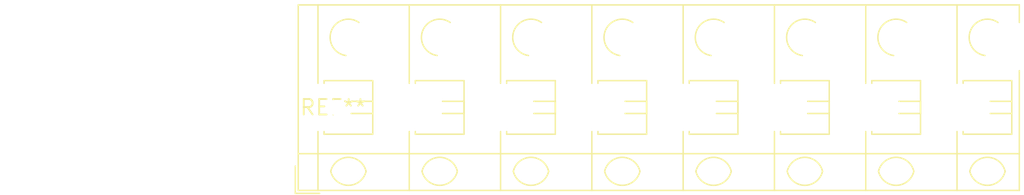
<source format=kicad_pcb>
(kicad_pcb (version 20240108) (generator pcbnew)
  (layers (0 "F.Cu" signal) (31 "B.Cu" signal) (34 "B.Paste" user) (35 "F.Paste" user) (36 "B.SilkS" user "B.Silkscreen") (37 "F.SilkS" user "F.Silkscreen") (38 "B.Mask" user) (39 "F.Mask" user) (44 "Edge.Cuts" user))
  (net 0 "")
  (footprint "TerminalBlock_WAGO_804-308_1x08_P7.50mm_45Degree" (layer "F.Cu") (at 0 0)
    (property "Reference" "REF**")
    (property "Value" "TerminalBlock_WAGO_804-308_1x08_P7.50mm_45Degree")
    (fp_line (start -3.11 4.82) (end -3.11 7.06) (layer "F.SilkS") (stroke (width 0.12)))
    (fp_line (start -3.11 7.06) (end -1.11 7.06) (layer "F.SilkS") (stroke (width 0.12)))
    (fp_line (start -2.87 -8.42) (end -2.87 6.82) (layer "F.SilkS") (stroke (width 0.12)))
    (fp_line (start -2.87 -8.42) (end 56.37 -8.42) (layer "F.SilkS") (stroke (width 0.12)))
    (fp_line (start -2.87 3.8) (end 56.37 3.8) (layer "F.SilkS") (stroke (width 0.12)))
    (fp_line (start -2.87 6.82) (end 56.37 6.82) (layer "F.SilkS") (stroke (width 0.12)))
    (fp_line (start -1.25 -8.42) (end -1.25 -1.98) (layer "F.SilkS") (stroke (width 0.12)))
    (fp_line (start -1.25 1.98) (end -1.25 6.82) (layer "F.SilkS") (stroke (width 0.12)))
    (fp_line (start -0.75 -2.2) (end -0.75 -1.98) (layer "F.SilkS") (stroke (width 0.12)))
    (fp_line (start -0.75 -2.2) (end 3.25 -2.2) (layer "F.SilkS") (stroke (width 0.12)))
    (fp_line (start -0.75 1.98) (end -0.75 2.2) (layer "F.SilkS") (stroke (width 0.12)))
    (fp_line (start -0.75 2.2) (end 3.25 2.2) (layer "F.SilkS") (stroke (width 0.12)))
    (fp_line (start 1.48 -0.5) (end 3.25 -0.5) (layer "F.SilkS") (stroke (width 0.12)))
    (fp_line (start 1.48 0.5) (end 3.25 0.5) (layer "F.SilkS") (stroke (width 0.12)))
    (fp_line (start 3.25 -2.2) (end 3.25 2.2) (layer "F.SilkS") (stroke (width 0.12)))
    (fp_line (start 3.25 -0.5) (end 3.25 0.5) (layer "F.SilkS") (stroke (width 0.12)))
    (fp_line (start 6.25 -8.42) (end 6.25 -1.98) (layer "F.SilkS") (stroke (width 0.12)))
    (fp_line (start 6.25 1.98) (end 6.25 6.82) (layer "F.SilkS") (stroke (width 0.12)))
    (fp_line (start 6.75 -2.2) (end 6.75 -1.98) (layer "F.SilkS") (stroke (width 0.12)))
    (fp_line (start 6.75 -2.2) (end 10.75 -2.2) (layer "F.SilkS") (stroke (width 0.12)))
    (fp_line (start 6.75 1.98) (end 6.75 2.2) (layer "F.SilkS") (stroke (width 0.12)))
    (fp_line (start 6.75 2.2) (end 10.75 2.2) (layer "F.SilkS") (stroke (width 0.12)))
    (fp_line (start 8.98 -0.5) (end 10.75 -0.5) (layer "F.SilkS") (stroke (width 0.12)))
    (fp_line (start 8.98 0.5) (end 10.75 0.5) (layer "F.SilkS") (stroke (width 0.12)))
    (fp_line (start 10.75 -2.2) (end 10.75 2.2) (layer "F.SilkS") (stroke (width 0.12)))
    (fp_line (start 10.75 -0.5) (end 10.75 0.5) (layer "F.SilkS") (stroke (width 0.12)))
    (fp_line (start 13.75 -8.42) (end 13.75 -1.98) (layer "F.SilkS") (stroke (width 0.12)))
    (fp_line (start 13.75 1.98) (end 13.75 6.82) (layer "F.SilkS") (stroke (width 0.12)))
    (fp_line (start 14.25 -2.2) (end 14.25 -1.98) (layer "F.SilkS") (stroke (width 0.12)))
    (fp_line (start 14.25 -2.2) (end 18.25 -2.2) (layer "F.SilkS") (stroke (width 0.12)))
    (fp_line (start 14.25 1.98) (end 14.25 2.2) (layer "F.SilkS") (stroke (width 0.12)))
    (fp_line (start 14.25 2.2) (end 18.25 2.2) (layer "F.SilkS") (stroke (width 0.12)))
    (fp_line (start 16.48 -0.5) (end 18.25 -0.5) (layer "F.SilkS") (stroke (width 0.12)))
    (fp_line (start 16.48 0.5) (end 18.25 0.5) (layer "F.SilkS") (stroke (width 0.12)))
    (fp_line (start 18.25 -2.2) (end 18.25 2.2) (layer "F.SilkS") (stroke (width 0.12)))
    (fp_line (start 18.25 -0.5) (end 18.25 0.5) (layer "F.SilkS") (stroke (width 0.12)))
    (fp_line (start 21.25 -8.42) (end 21.25 -1.98) (layer "F.SilkS") (stroke (width 0.12)))
    (fp_line (start 21.25 1.98) (end 21.25 6.82) (layer "F.SilkS") (stroke (width 0.12)))
    (fp_line (start 21.75 -2.2) (end 21.75 -1.98) (layer "F.SilkS") (stroke (width 0.12)))
    (fp_line (start 21.75 -2.2) (end 25.75 -2.2) (layer "F.SilkS") (stroke (width 0.12)))
    (fp_line (start 21.75 1.98) (end 21.75 2.2) (layer "F.SilkS") (stroke (width 0.12)))
    (fp_line (start 21.75 2.2) (end 25.75 2.2) (layer "F.SilkS") (stroke (width 0.12)))
    (fp_line (start 23.98 -0.5) (end 25.75 -0.5) (layer "F.SilkS") (stroke (width 0.12)))
    (fp_line (start 23.98 0.5) (end 25.75 0.5) (layer "F.SilkS") (stroke (width 0.12)))
    (fp_line (start 25.75 -2.2) (end 25.75 2.2) (layer "F.SilkS") (stroke (width 0.12)))
    (fp_line (start 25.75 -0.5) (end 25.75 0.5) (layer "F.SilkS") (stroke (width 0.12)))
    (fp_line (start 28.75 -8.42) (end 28.75 -1.98) (layer "F.SilkS") (stroke (width 0.12)))
    (fp_line (start 28.75 1.98) (end 28.75 6.82) (layer "F.SilkS") (stroke (width 0.12)))
    (fp_line (start 29.25 -2.2) (end 29.25 -1.98) (layer "F.SilkS") (stroke (width 0.12)))
    (fp_line (start 29.25 -2.2) (end 33.25 -2.2) (layer "F.SilkS") (stroke (width 0.12)))
    (fp_line (start 29.25 1.98) (end 29.25 2.2) (layer "F.SilkS") (stroke (width 0.12)))
    (fp_line (start 29.25 2.2) (end 33.25 2.2) (layer "F.SilkS") (stroke (width 0.12)))
    (fp_line (start 31.48 -0.5) (end 33.25 -0.5) (layer "F.SilkS") (stroke (width 0.12)))
    (fp_line (start 31.48 0.5) (end 33.25 0.5) (layer "F.SilkS") (stroke (width 0.12)))
    (fp_line (start 33.25 -2.2) (end 33.25 2.2) (layer "F.SilkS") (stroke (width 0.12)))
    (fp_line (start 33.25 -0.5) (end 33.25 0.5) (layer "F.SilkS") (stroke (width 0.12)))
    (fp_line (start 36.25 -8.42) (end 36.25 -1.98) (layer "F.SilkS") (stroke (width 0.12)))
    (fp_line (start 36.25 1.98) (end 36.25 6.82) (layer "F.SilkS") (stroke (width 0.12)))
    (fp_line (start 36.75 -2.2) (end 36.75 -1.98) (layer "F.SilkS") (stroke (width 0.12)))
    (fp_line (start 36.75 -2.2) (end 40.75 -2.2) (layer "F.SilkS") (stroke (width 0.12)))
    (fp_line (start 36.75 1.98) (end 36.75 2.2) (layer "F.SilkS") (stroke (width 0.12)))
    (fp_line (start 36.75 2.2) (end 40.75 2.2) (layer "F.SilkS") (stroke (width 0.12)))
    (fp_line (start 38.98 -0.5) (end 40.75 -0.5) (layer "F.SilkS") (stroke (width 0.12)))
    (fp_line (start 38.98 0.5) (end 40.75 0.5) (layer "F.SilkS") (stroke (width 0.12)))
    (fp_line (start 40.75 -2.2) (end 40.75 2.2) (layer "F.SilkS") (stroke (width 0.12)))
    (fp_line (start 40.75 -0.5) (end 40.75 0.5) (layer "F.SilkS") (stroke (width 0.12)))
    (fp_line (start 43.75 -8.42) (end 43.75 -1.98) (layer "F.SilkS") (stroke (width 0.12)))
    (fp_line (start 43.75 1.98) (end 43.75 6.82) (layer "F.SilkS") (stroke (width 0.12)))
    (fp_line (start 44.25 -2.2) (end 44.25 -1.98) (layer "F.SilkS") (stroke (width 0.12)))
    (fp_line (start 44.25 -2.2) (end 48.25 -2.2) (layer "F.SilkS") (stroke (width 0.12)))
    (fp_line (start 44.25 1.98) (end 44.25 2.2) (layer "F.SilkS") (stroke (width 0.12)))
    (fp_line (start 44.25 2.2) (end 48.25 2.2) (layer "F.SilkS") (stroke (width 0.12)))
    (fp_line (start 46.48 -0.5) (end 48.25 -0.5) (layer "F.SilkS") (stroke (width 0.12)))
    (fp_line (start 46.48 0.5) (end 48.25 0.5) (layer "F.SilkS") (stroke (width 0.12)))
    (fp_line (start 48.25 -2.2) (end 48.25 2.2) (layer "F.SilkS") (stroke (width 0.12)))
    (fp_line (start 48.25 -0.5) (end 48.25 0.5) (layer "F.SilkS") (stroke (width 0.12)))
    (fp_line (start 51.25 -8.42) (end 51.25 -1.98) (layer "F.SilkS") (stroke (width 0.12)))
    (fp_line (start 51.25 1.98) (end 51.25 6.82) (layer "F.SilkS") (stroke (width 0.12)))
    (fp_line (start 51.75 -2.2) (end 51.75 -1.98) (layer "F.SilkS") (stroke (width 0.12)))
    (fp_line (start 51.75 -2.2) (end 55.75 -2.2) (layer "F.SilkS") (stroke (width 0.12)))
    (fp_line (start 51.75 1.98) (end 51.75 2.2) (layer "F.SilkS") (stroke (width 0.12)))
    (fp_line (start 51.75 2.2) (end 55.75 2.2) (layer "F.SilkS") (stroke (width 0.12)))
    (fp_line (start 53.98 -0.5) (end 55.75 -0.5) (layer "F.SilkS") (stroke (width 0.12)))
    (fp_line (start 53.98 0.5) (end 55.75 0.5) (layer "F.SilkS") (stroke (width 0.12)))
    (fp_line (start 55.75 -2.2) (end 55.75 2.2) (layer "F.SilkS") (stroke (width 0.12)))
    (fp_line (start 55.75 -0.5) (end 55.75 0.5) (layer "F.SilkS") (stroke (width 0.12)))
    (fp_line (start 56.37 -8.42) (end 56.37 -6.98) (layer "F.SilkS") (stroke (width 0.12)))
    (fp_line (start 56.37 -3.02) (end 56.37 6.82) (layer "F.SilkS") (stroke (width 0.12)))
    (fp_arc (start -0.200865 5.250424) (mid 1.250296 4.099926) (end 2.701 5.251) (layer "F.SilkS") (stroke (width 0.12)))
    (fp_arc (start 1.040798 -4.264067) (mid -0.146039 -6.300306) (end 2.111 -6.979) (layer "F.SilkS") (stroke (width 0.12)))
    (fp_arc (start 2.7 5.25) (mid 1.250068 6.400101) (end -0.199969 5.250133) (layer "F.SilkS") (stroke (width 0.12)))
    (fp_arc (start 7.299135 5.250424) (mid 8.750296 4.099926) (end 10.201 5.251) (layer "F.SilkS") (stroke (width 0.12)))
    (fp_arc (start 8.540798 -4.264067) (mid 7.353961 -6.300306) (end 9.611 -6.979) (layer "F.SilkS") (stroke (width 0.12)))
    (fp_arc (start 10.2 5.25) (mid 8.750068 6.400101) (end 7.300031 5.250133) (layer "F.SilkS") (stroke (width 0.12)))
    (fp_arc (start 14.799135 5.250424) (mid 16.250296 4.099926) (end 17.701 5.251) (layer "F.SilkS") (stroke (width 0.12)))
    (fp_arc (start 16.040798 -4.264067) (mid 14.853961 -6.300306) (end 17.111 -6.979) (layer "F.SilkS") (stroke (width 0.12)))
    (fp_arc (start 17.7 5.25) (mid 16.250068 6.400101) (end 14.800031 5.250133) (layer "F.SilkS") (stroke (width 0.12)))
    (fp_arc (start 22.299135 5.250424) (mid 23.750296 4.099926) (end 25.201 5.251) (layer "F.SilkS") (stroke (width 0.12)))
    (fp_arc (start 23.540798 -4.264067) (mid 22.353961 -6.300306) (end 24.611 -6.979) (layer "F.SilkS") (stroke (width 0.12)))
    (fp_arc (start 25.2 5.25) (mid 23.750068 6.400101) (end 22.300031 5.250133) (layer "F.SilkS") (stroke (width 0.12)))
    (fp_arc (start 29.799135 5.250424) (mid 31.250296 4.099926) (end 32.701 5.251) (layer "F.SilkS") (stroke (width 0.12)))
    (fp_arc (start 31.040798 -4.264067) (mid 29.853961 -6.300306) (end 32.111 -6.979) (layer "F.SilkS") (stroke (width 0.12)))
    (fp_arc (start 32.701 5.25) (mid 31.250296 6.401074) (end 29.799135 5.250576) (layer "F.SilkS") (stroke (width 0.12)))
    (fp_arc (start 37.299135 5.250424) (mid 38.750296 4.099926) (end 40.201 5.251) (layer "F.SilkS") (stroke (width 0.12)))
    (fp_arc (start 38.540798 -4.264067) (mid 37.353961 -6.300306) (end 39.611 -6.979) (layer "F.SilkS") (stroke (width 0.12)))
    (fp_arc (start 40.2 5.25) (mid 38.750068 6.400101) (end 37.300031 5.250133) (layer "F.SilkS") (stroke (width 0.12)))
    (fp_arc (start 44.799135 5.250424) (mid 46.250296 4.099926) (end 47.701 5.251) (layer "F.SilkS") (stroke (width 0.12)))
    (fp_arc (start 46.040798 -4.264067) (mid 44.853961 -6.300306) (end 47.111 -6.979) (layer "F.SilkS") (stroke (width 0.12)))
    (fp_arc (start 47.7 5.25) (mid 46.250068 6.400101) (end 44.800031 5.250133) (layer "F.SilkS") (stroke (width 0.12)))
    (fp_arc (start 52.299135 5.250424) (mid 53.750296 4.099926) (end 55.201 5.251) (layer "F.SilkS") (stroke (width 0.12)))
    (fp_arc (start 53.540798 -4.264067) (mid 52.353961 -6.300306) (end 54.611 -6.979) (layer "F.SilkS") (stroke (width 0.12)))
    (fp_arc (start 55.2 5.25) (mid 53.750068 6.400101) (end 52.300031 5.250133) (layer "F.SilkS") (stroke (width 0.12)))
    (pad "1" thru_hole rect (at 0 0) (size 2 3) (drill 1.2) (layers *.Cu *.Mask) (remove_unused_layers))
    (pad "1" thru_hole rect (at 2.5 -5) (size 2 3) (drill 1.2) (layers *.Cu *.Mask) (remove_unused_layers))
    (pad "2" thru_hole oval (at 7.5 0) (size 2 3) (drill 1.2) (layers *.Cu *.Mask) (remove_unused_layers))
    (pad "2" thru_hole oval (at 10 -5) (size 2 3) (drill 1.2) (layers *.Cu *.Mask) (remove_unused_layers))
    (pad "3" thru_hole oval (at 15 0) (size 2 3) (drill 1.2) (layers *.Cu *.Mask) (remove_unused_layers))
    (pad "3" thru_hole oval (at 17.5 -5) (size 2 3) (drill 1.2) (layers *.Cu *.Mask) (remove_unused_layers))
    (pad "4" thru_hole oval (at 22.5 0) (size 2 3) (drill 1.2) (layers *.Cu *.Mask) (remove_unused_layers))
    (pad "4" thru_hole oval (at 25 -5) (size 2 3) (drill 1.2) (layers *.Cu *.Mask) (remove_unused_layers))
    (pad "5" thru_hole oval (at 30 0) (size 2 3) (drill 1.2) (layers *.Cu *.Mask) (remove_unused_layers))
    (pad "5" thru_hole oval (at 32.5 -5) (size 2 3) (drill 1.2) (layers *.Cu *.Mask) (remove_unused_layers))
    (pad "6" thru_hole oval (at 37.5 0) (size 2 3) (drill 1.2) (layers *.Cu *.Mask) (remove_unused_layers))
    (pad "6" thru_hole oval (at 40 -5) (size 2 3) (drill 1.2) (layers *.Cu *.Mask) (remove_unused_layers))
    (pad "7" thru_hole oval (at 45 0) (size 2 3) (drill 1.2) (layers *.Cu *.Mask) (remove_unused_layers))
    (pad "7" thru_hole oval (at 47.5 -5) (size 2 3) (drill 1.2) (layers *.Cu *.Mask) (remove_unused_layers))
    (pad "8" thru_hole oval (at 52.5 0) (size 2 3) (drill 1.2) (layers *.Cu *.Mask) (remove_unused_layers))
    (pad "8" thru_hole oval (at 55 -5) (size 2 3) (drill 1.2) (layers *.Cu *.Mask) (remove_unused_layers))
  )
)
</source>
